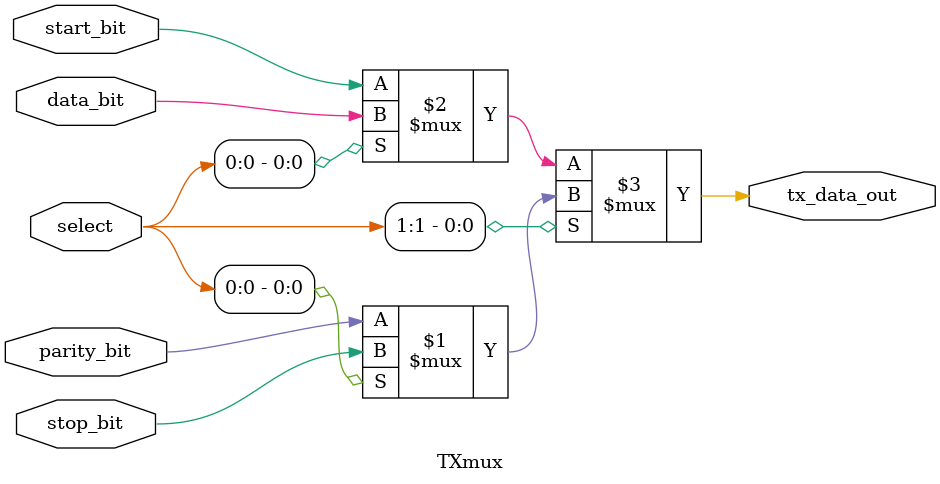
<source format=v>
module   TXmux  (start_bit, data_bit, parity_bit, stop_bit, select, tx_data_out);
//			00	01 	  10 		11		

// define input  port
input start_bit, data_bit, parity_bit, stop_bit;

// define input port
input [1:0] select;

// define output port
output tx_data_out;


// assign one of the inputs to the output based upon select line input
// assign out = (condition) ? (true-statement1) : (false-statement2); - ternary operator

assign tx_data_out = select[1] ? (select[0] ? stop_bit: parity_bit) : (select[0] ? data_bit : start_bit);  
//							11		10				01	00

endmodule

</source>
